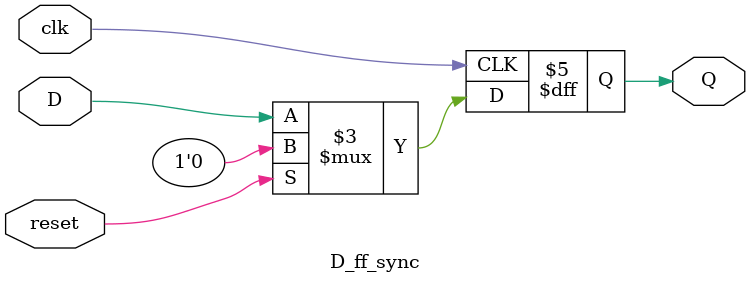
<source format=v>
`timescale 1ns / 1ps

module D_ff_sync(
input clk,
input reset,
input D,
output reg Q
    );
    
    always @(posedge clk)
    begin
     if(reset)
      begin
       Q <= 1'b0;
      end
     else
      begin
       Q <= D;
      end
    end
endmodule

</source>
